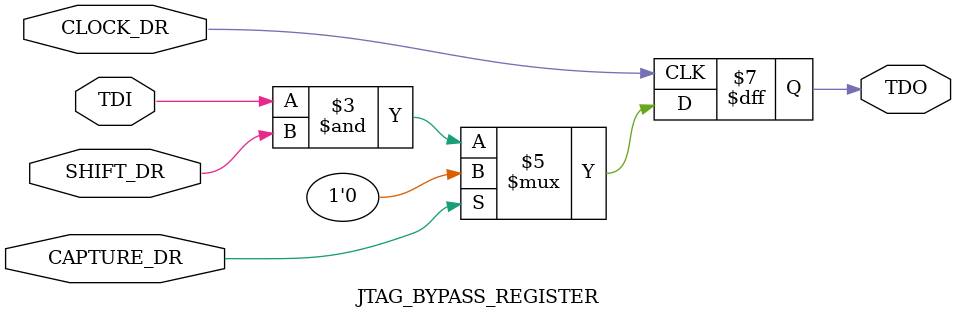
<source format=sv>



// Dependencies:
//
// n/a


`ifndef JTAG_BYPASS_REGISTER__SV
`define JTAG_BYPASS_REGISTER__SV


`timescale  1ns / 1ps
//`include "timescale.v"


module JTAG_BYPASS_REGISTER (

   //input  wire RESET,            // (TBC, according to IEEE Std. 1149.1-2001 no reset signal is required for the BYPASS register)
   input  wire  CLOCK_DR,          // **NOTE: gated clock CLOCK_DR no more adopted (IEEE Std. 1149.1-2001 broken). At top level TCK is propagated to all JTAG clock pins instead
   input  wire  SHIFT_DR,
   input  wire  CAPTURE_DR,        // a logic 1'b0 is loaded into the BYPASS register when a CAPTURE_DR flag is generated from TAP controller
   input  wire  TDI,
   output logic TDO

   ) ;


   `ifndef  ABSTRACT

   // just a simple DFF with input AND

   always_ff @(posedge CLOCK_DR) begin

      //if( RESET == 1'b0 )
      //   TDO <= 1'b0 ;

      if( CAPTURE_DR == 1'b1 )
         TDO <= 1'b0 ;

      else
         TDO <= TDI & SHIFT_DR ;

   end  // always_ff


   `endif  // ABSTRACT

endmodule : JTAG_BYPASS_REGISTER

`endif


</source>
